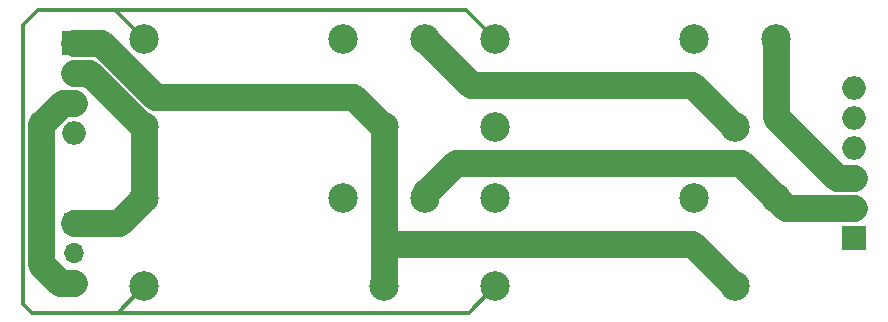
<source format=gbr>
G04 #@! TF.FileFunction,Copper,L2,Bot,Signal*
%FSLAX46Y46*%
G04 Gerber Fmt 4.6, Leading zero omitted, Abs format (unit mm)*
G04 Created by KiCad (PCBNEW 4.0.7) date 02/15/19 15:45:41*
%MOMM*%
%LPD*%
G01*
G04 APERTURE LIST*
%ADD10C,0.100000*%
%ADD11R,1.700000X1.700000*%
%ADD12O,1.700000X1.700000*%
%ADD13C,2.500000*%
%ADD14O,1.998980X1.998980*%
%ADD15R,1.998980X1.998980*%
%ADD16C,2.300000*%
%ADD17C,0.300000*%
G04 APERTURE END LIST*
D10*
D11*
X119380000Y-93980000D03*
D12*
X119380000Y-96520000D03*
X119380000Y-99060000D03*
D13*
X125336000Y-85919000D03*
X125336000Y-78419000D03*
X145636000Y-85919000D03*
X149136000Y-78419000D03*
X142136000Y-78419000D03*
X125336000Y-99381000D03*
X125336000Y-91881000D03*
X145636000Y-99381000D03*
X149136000Y-91881000D03*
X142136000Y-91881000D03*
X155054000Y-85919000D03*
X155054000Y-78419000D03*
X175354000Y-85919000D03*
X178854000Y-78419000D03*
X171854000Y-78419000D03*
X155054000Y-99381000D03*
X155054000Y-91881000D03*
X175354000Y-99381000D03*
X178854000Y-91881000D03*
X171854000Y-91881000D03*
D14*
X119380000Y-86360000D03*
D15*
X119380000Y-78740000D03*
D14*
X119380000Y-81280000D03*
X119380000Y-83820000D03*
X185420000Y-87630000D03*
D15*
X185420000Y-95250000D03*
D14*
X185420000Y-92710000D03*
X185420000Y-90170000D03*
X185420000Y-85090000D03*
X185420000Y-82550000D03*
D16*
X145636000Y-85919000D02*
X143035999Y-83318999D01*
X121692548Y-78740000D02*
X119380000Y-78740000D01*
X143035999Y-83318999D02*
X126271547Y-83318999D01*
X126271547Y-83318999D02*
X121692548Y-78740000D01*
X145636000Y-99381000D02*
X145636000Y-95758000D01*
X145636000Y-95758000D02*
X145636000Y-85919000D01*
X175354000Y-99381000D02*
X171731000Y-95758000D01*
X171731000Y-95758000D02*
X145636000Y-95758000D01*
X119380000Y-93980000D02*
X123237000Y-93980000D01*
X123237000Y-93980000D02*
X125336000Y-91881000D01*
X125336000Y-91881000D02*
X125336000Y-85919000D01*
X119380000Y-81280000D02*
X120697000Y-81280000D01*
X120697000Y-81280000D02*
X125336000Y-85919000D01*
X116586000Y-85676752D02*
X116586000Y-97468081D01*
X116586000Y-97468081D02*
X118177919Y-99060000D01*
X118177919Y-99060000D02*
X119380000Y-99060000D01*
X119380000Y-83820000D02*
X118442752Y-83820000D01*
X118442752Y-83820000D02*
X116586000Y-85676752D01*
D17*
X123117000Y-101600000D02*
X152835000Y-101600000D01*
X152835000Y-101600000D02*
X155054000Y-99381000D01*
X122863000Y-75946000D02*
X152581000Y-75946000D01*
X152581000Y-75946000D02*
X155054000Y-78419000D01*
X115824000Y-101600000D02*
X123117000Y-101600000D01*
X123117000Y-101600000D02*
X125336000Y-99381000D01*
X115062000Y-100838000D02*
X115824000Y-101600000D01*
X115062000Y-86360000D02*
X115062000Y-100838000D01*
X115062000Y-86360000D02*
X115062000Y-77216000D01*
X115062000Y-77216000D02*
X116332000Y-75946000D01*
X116332000Y-75946000D02*
X122863000Y-75946000D01*
X122863000Y-75946000D02*
X125336000Y-78419000D01*
D16*
X178854000Y-78419000D02*
X178854000Y-85017492D01*
X178854000Y-85017492D02*
X184006508Y-90170000D01*
X184006508Y-90170000D02*
X185420000Y-90170000D01*
X151714000Y-88900000D02*
X175873000Y-88900000D01*
X175873000Y-88900000D02*
X178854000Y-91881000D01*
X149136000Y-91881000D02*
X149136000Y-91478000D01*
X149136000Y-91478000D02*
X151714000Y-88900000D01*
X185420000Y-92710000D02*
X179683000Y-92710000D01*
X179683000Y-92710000D02*
X178854000Y-91881000D01*
X153013000Y-82296000D02*
X171731000Y-82296000D01*
X171731000Y-82296000D02*
X175354000Y-85919000D01*
X149136000Y-78419000D02*
X153013000Y-82296000D01*
M02*

</source>
